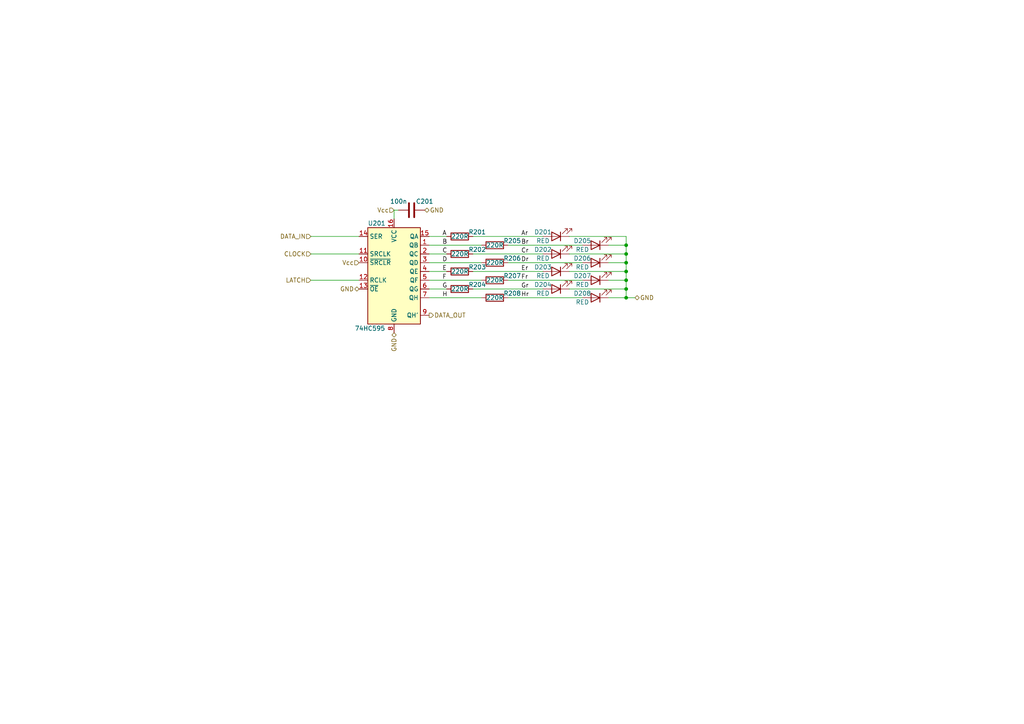
<source format=kicad_sch>
(kicad_sch (version 20211123) (generator eeschema)
  (paper "A4")
  (title_block (title "WormControl-Input32-UIBoard") (date "2026-02-10") (rev "0.1") (company "makerspace.lt"))
  (lib_symbols
    (symbol "74xx:74HC595"
      (property "Reference" "U" (at -7.62 13.97 0))
      (property "Value" "74HC595" (at -7.62 -16.51 0))
      (symbol "74HC595_1_0"
        (pin tri_state line (at 10.16 7.62 180) (length 2.54) (name "QB") (number "1"))
        (pin input line (at -10.16 2.54 0) (length 2.54) (name "~{SRCLR}") (number "10"))
        (pin input line (at -10.16 5.08 0) (length 2.54) (name "SRCLK") (number "11"))
        (pin input line (at -10.16 -2.54 0) (length 2.54) (name "RCLK") (number "12"))
        (pin input line (at -10.16 -5.08 0) (length 2.54) (name "~{OE}") (number "13"))
        (pin input line (at -10.16 10.16 0) (length 2.54) (name "SER") (number "14"))
        (pin tri_state line (at 10.16 10.16 180) (length 2.54) (name "QA") (number "15"))
        (pin power_in line (at 0 15.24 270) (length 2.54) (name "VCC") (number "16"))
        (pin tri_state line (at 10.16 5.08 180) (length 2.54) (name "QC") (number "2"))
        (pin tri_state line (at 10.16 2.54 180) (length 2.54) (name "QD") (number "3"))
        (pin tri_state line (at 10.16 0 180) (length 2.54) (name "QE") (number "4"))
        (pin tri_state line (at 10.16 -2.54 180) (length 2.54) (name "QF") (number "5"))
        (pin tri_state line (at 10.16 -5.08 180) (length 2.54) (name "QG") (number "6"))
        (pin tri_state line (at 10.16 -7.62 180) (length 2.54) (name "QH") (number "7"))
        (pin power_in line (at 0 -17.78 90) (length 2.54) (name "GND") (number "8"))
        (pin output line (at 10.16 -12.7 180) (length 2.54) (name "QH'") (number "9"))
      )
      (symbol "74HC595_1_1"
        (rectangle (start -7.62 12.7) (end 7.62 -15.24) (stroke (width 0.254)) (fill (type background)))
      )
    )
    (symbol "Device:C" (pin_numbers hide) (pin_names (offset 0.254))
      (property "Reference" "C" (at 0.635 2.54 0))
      (property "Value" "C" (at 0.635 -2.54 0))
      (symbol "C_0_1"
        (polyline (pts (xy -2.032 -0.762) (xy 2.032 -0.762)) (stroke (width 0.508)))
        (polyline (pts (xy -2.032 0.762) (xy 2.032 0.762)) (stroke (width 0.508)))
      )
      (symbol "C_1_1"
        (pin passive line (at 0 3.81 270) (length 2.794) (name "~") (number "1"))
        (pin passive line (at 0 -3.81 90) (length 2.794) (name "~") (number "2"))
      )
    )
    (symbol "Device:LED" (pin_numbers hide) (pin_names (offset 1.016) hide)
      (property "Reference" "D" (at 0 2.54 0))
      (property "Value" "LED" (at 0 -2.54 0))
      (symbol "LED_0_1"
        (polyline (pts (xy -1.27 -1.27) (xy -1.27 1.27)) (stroke (width 0.254)))
        (polyline (pts (xy -1.27 0) (xy 1.27 0)))
        (polyline (pts (xy 1.27 -1.27) (xy 1.27 1.27) (xy -1.27 0) (xy 1.27 -1.27)) (stroke (width 0.254)))
        (polyline (pts (xy -3.048 -0.762) (xy -4.572 -2.286) (xy -3.81 -2.286) (xy -4.572 -2.286) (xy -4.572 -1.524)))
        (polyline (pts (xy -1.778 -0.762) (xy -3.302 -2.286) (xy -2.54 -2.286) (xy -3.302 -2.286) (xy -3.302 -1.524)))
      )
      (symbol "LED_1_1"
        (pin passive line (at -3.81 0 0) (length 2.54) (name "K") (number "1"))
        (pin passive line (at 3.81 0 180) (length 2.54) (name "A") (number "2"))
      )
    )
    (symbol "Device:R" (pin_numbers hide) (pin_names (offset 0))
      (property "Reference" "R" (at 2.032 0 90))
      (property "Value" "R" (at 0 0 90))
      (symbol "R_0_1"
        (rectangle (start -1.016 -2.54) (end 1.016 2.54) (stroke (width 0.254)))
      )
      (symbol "R_1_1"
        (pin passive line (at 0 3.81 270) (length 1.27) (name "~") (number "1"))
        (pin passive line (at 0 -3.81 90) (length 1.27) (name "~") (number "2"))
      )
    )
  )
  (junction (at 181.61 83.82))
  (junction (at 181.61 78.74))
  (junction (at 181.61 71.12))
  (junction (at 181.61 86.36))
  (junction (at 181.61 81.28))
  (junction (at 181.61 73.66))
  (junction (at 181.61 76.2))
  (wire (pts (xy 176.53 71.12) (xy 181.61 71.12)))
  (wire (pts (xy 129.54 83.82) (xy 124.46 83.82)))
  (wire (pts (xy 124.46 81.28) (xy 139.7 81.28)))
  (wire (pts (xy 165.1 68.58) (xy 181.61 68.58)))
  (wire (pts (xy 90.17 68.58) (xy 104.14 68.58)))
  (wire (pts (xy 181.61 78.74) (xy 181.61 81.28)))
  (wire (pts (xy 114.3 60.96) (xy 114.3 63.5)))
  (wire (pts (xy 115.57 60.96) (xy 114.3 60.96)))
  (wire (pts (xy 137.16 73.66) (xy 157.48 73.66)))
  (wire (pts (xy 181.61 71.12) (xy 181.61 73.66)))
  (wire (pts (xy 181.61 83.82) (xy 181.61 86.36)))
  (wire (pts (xy 124.46 71.12) (xy 139.7 71.12)))
  (wire (pts (xy 129.54 73.66) (xy 124.46 73.66)))
  (wire (pts (xy 124.46 76.2) (xy 139.7 76.2)))
  (wire (pts (xy 147.32 81.28) (xy 168.91 81.28)))
  (wire (pts (xy 181.61 76.2) (xy 181.61 78.74)))
  (wire (pts (xy 181.61 73.66) (xy 181.61 76.2)))
  (wire (pts (xy 181.61 81.28) (xy 181.61 83.82)))
  (wire (pts (xy 147.32 76.2) (xy 168.91 76.2)))
  (wire (pts (xy 165.1 83.82) (xy 181.61 83.82)))
  (wire (pts (xy 137.16 78.74) (xy 157.48 78.74)))
  (wire (pts (xy 165.1 73.66) (xy 181.61 73.66)))
  (wire (pts (xy 147.32 71.12) (xy 168.91 71.12)))
  (wire (pts (xy 176.53 76.2) (xy 181.61 76.2)))
  (wire (pts (xy 90.17 81.28) (xy 104.14 81.28)))
  (wire (pts (xy 90.17 73.66) (xy 104.14 73.66)))
  (wire (pts (xy 165.1 78.74) (xy 181.61 78.74)))
  (wire (pts (xy 129.54 68.58) (xy 124.46 68.58)))
  (wire (pts (xy 129.54 78.74) (xy 124.46 78.74)))
  (wire (pts (xy 181.61 86.36) (xy 184.15 86.36)))
  (wire (pts (xy 147.32 86.36) (xy 168.91 86.36)))
  (wire (pts (xy 176.53 86.36) (xy 181.61 86.36)))
  (wire (pts (xy 124.46 86.36) (xy 139.7 86.36)))
  (wire (pts (xy 137.16 83.82) (xy 157.48 83.82)))
  (wire (pts (xy 176.53 81.28) (xy 181.61 81.28)))
  (wire (pts (xy 181.61 68.58) (xy 181.61 71.12)))
  (wire (pts (xy 137.16 68.58) (xy 157.48 68.58)))
  (label "A" (at 128.27 68.58 0))
  (label "Dr" (at 151.13 76.2 0))
  (label "C" (at 128.27 73.66 0))
  (label "Gr" (at 151.13 83.82 0))
  (label "Fr" (at 151.13 81.28 0))
  (label "Ar" (at 151.13 68.58 0))
  (label "F" (at 128.27 81.28 0))
  (label "D" (at 128.27 76.2 0))
  (label "Br" (at 151.13 71.12 0))
  (label "H" (at 128.27 86.36 0))
  (label "Er" (at 151.13 78.74 0))
  (label "B" (at 128.27 71.12 0))
  (label "Cr" (at 151.13 73.66 0))
  (label "Hr" (at 151.13 86.36 0))
  (label "E" (at 128.27 78.74 0))
  (label "G" (at 128.27 83.82 0))
  (hierarchical_label "Vcc" (shape input) (at 104.14 76.2 180))
  (hierarchical_label "DATA_IN" (shape input) (at 90.17 68.58 180))
  (hierarchical_label "CLOCK" (shape input) (at 90.17 73.66 180))
  (hierarchical_label "Vcc" (shape input) (at 114.3 60.96 180))
  (hierarchical_label "GND" (shape bidirectional) (at 184.15 86.36 0))
  (hierarchical_label "DATA_OUT" (shape output) (at 124.46 91.44 0))
  (hierarchical_label "GND" (shape bidirectional) (at 114.3 96.52 270))
  (hierarchical_label "GND" (shape bidirectional) (at 123.19 60.96 0))
  (hierarchical_label "LATCH" (shape input) (at 90.17 81.28 180))
  (hierarchical_label "GND" (shape bidirectional) (at 104.14 83.82 180))
  (symbol (lib_id "Device:LED") (at 161.29 83.82 180) (unit 1)
    (property "Reference" "D204" (at 157.48 82.55 0))
    (property "Value" "RED" (at 157.48 85.09 0))
    (property "Footprint" "-local:LED_1206_3216Metric_ReverseMount" (effects hide))
    (property "Datasheet" "https://www.lcsc.com/datasheet/lcsc_datasheet_2302091130_TOGIALED-TJ-S3216SWETNPLC2R-A5_C5356080.pdf" (effects hide))
    (property "jlc-part-type" "E" (effects hide))
    (property "lcsc#" "C5356080" (effects hide))
  )
  (symbol (lib_id "Device:R") (at 143.51 76.2 270) (unit 1)
    (property "Reference" "R206" (at 148.59 74.93 90))
    (property "Value" "220R" (at 143.51 76.2 90))
    (property "Footprint" "Resistor_SMD:R_0402_1005Metric_Pad0.72x0.64mm_HandSolder" (effects hide))
    (property "jlc-part-type" "B" (effects hide))
    (property "lcsc#" "C25091" (effects hide))
  )
  (symbol (lib_id "Device:R") (at 143.51 71.12 270) (unit 1)
    (property "Reference" "R205" (at 148.59 69.85 90))
    (property "Value" "220R" (at 143.51 71.12 90))
    (property "Footprint" "Resistor_SMD:R_0402_1005Metric_Pad0.72x0.64mm_HandSolder" (effects hide))
    (property "jlc-part-type" "B" (effects hide))
    (property "lcsc#" "C25091" (effects hide))
  )
  (symbol (lib_id "Device:R") (at 133.35 68.58 270) (unit 1)
    (property "Reference" "R201" (at 138.43 67.31 90))
    (property "Value" "220R" (at 133.35 68.58 90))
    (property "Footprint" "Resistor_SMD:R_0402_1005Metric_Pad0.72x0.64mm_HandSolder" (effects hide))
    (property "jlc-part-type" "B" (effects hide))
    (property "lcsc#" "C25091" (effects hide))
  )
  (symbol (lib_id "Device:LED") (at 161.29 68.58 180) (unit 1)
    (property "Reference" "D201" (at 157.48 67.31 0))
    (property "Value" "RED" (at 157.48 69.85 0))
    (property "Footprint" "-local:LED_1206_3216Metric_ReverseMount" (effects hide))
    (property "Datasheet" "https://www.lcsc.com/datasheet/lcsc_datasheet_2302091130_TOGIALED-TJ-S3216SWETNPLC2R-A5_C5356080.pdf" (effects hide))
    (property "jlc-part-type" "E" (effects hide))
    (property "lcsc#" "C5356080" (effects hide))
  )
  (symbol (lib_id "Device:R") (at 143.51 86.36 270) (unit 1)
    (property "Reference" "R208" (at 148.59 85.09 90))
    (property "Value" "220R" (at 143.51 86.36 90))
    (property "Footprint" "Resistor_SMD:R_0402_1005Metric_Pad0.72x0.64mm_HandSolder" (effects hide))
    (property "jlc-part-type" "B" (effects hide))
    (property "lcsc#" "C25091" (effects hide))
  )
  (symbol (lib_id "Device:R") (at 143.51 81.28 270) (unit 1)
    (property "Reference" "R207" (at 148.59 80.01 90))
    (property "Value" "220R" (at 143.51 81.28 90))
    (property "Footprint" "Resistor_SMD:R_0402_1005Metric_Pad0.72x0.64mm_HandSolder" (effects hide))
    (property "jlc-part-type" "B" (effects hide))
    (property "lcsc#" "C25091" (effects hide))
  )
  (symbol (lib_id "Device:LED") (at 172.72 81.28 180) (unit 1)
    (property "Reference" "D207" (at 168.91 80.01 0))
    (property "Value" "RED" (at 168.91 82.55 0))
    (property "Footprint" "-local:LED_1206_3216Metric_ReverseMount" (effects hide))
    (property "Datasheet" "https://www.lcsc.com/datasheet/lcsc_datasheet_2302091130_TOGIALED-TJ-S3216SWETNPLC2R-A5_C5356080.pdf" (effects hide))
    (property "jlc-part-type" "E" (effects hide))
    (property "lcsc#" "C5356080" (effects hide))
  )
  (symbol (lib_id "Device:R") (at 133.35 78.74 270) (unit 1)
    (property "Reference" "R203" (at 138.43 77.47 90))
    (property "Value" "220R" (at 133.35 78.74 90))
    (property "Footprint" "Resistor_SMD:R_0402_1005Metric_Pad0.72x0.64mm_HandSolder" (effects hide))
    (property "jlc-part-type" "B" (effects hide))
    (property "lcsc#" "C25091" (effects hide))
  )
  (symbol (lib_id "Device:LED") (at 172.72 76.2 180) (unit 1)
    (property "Reference" "D206" (at 168.91 74.93 0))
    (property "Value" "RED" (at 168.91 77.47 0))
    (property "Footprint" "-local:LED_1206_3216Metric_ReverseMount" (effects hide))
    (property "Datasheet" "https://www.lcsc.com/datasheet/lcsc_datasheet_2302091130_TOGIALED-TJ-S3216SWETNPLC2R-A5_C5356080.pdf" (effects hide))
    (property "jlc-part-type" "E" (effects hide))
    (property "lcsc#" "C5356080" (effects hide))
  )
  (symbol (lib_id "Device:LED") (at 172.72 86.36 180) (unit 1)
    (property "Reference" "D208" (at 168.91 85.09 0))
    (property "Value" "RED" (at 168.91 87.63 0))
    (property "Footprint" "-local:LED_1206_3216Metric_ReverseMount" (effects hide))
    (property "Datasheet" "https://www.lcsc.com/datasheet/lcsc_datasheet_2302091130_TOGIALED-TJ-S3216SWETNPLC2R-A5_C5356080.pdf" (effects hide))
    (property "jlc-part-type" "E" (effects hide))
    (property "lcsc#" "C5356080" (effects hide))
  )
  (symbol (lib_id "Device:R") (at 133.35 73.66 270) (unit 1)
    (property "Reference" "R202" (at 138.43 72.39 90))
    (property "Value" "220R" (at 133.35 73.66 90))
    (property "Footprint" "Resistor_SMD:R_0402_1005Metric_Pad0.72x0.64mm_HandSolder" (effects hide))
    (property "jlc-part-type" "B" (effects hide))
    (property "lcsc#" "C25091" (effects hide))
  )
  (symbol (lib_id "74xx:74HC595") (at 114.3 78.74 0) (unit 1)
    (property "Reference" "U201" (at 106.68 64.77 0) (effects (justify left)))
    (property "Value" "74HC595" (at 102.87 95.25 0) (effects (justify left)))
    (property "Footprint" "Package_SO:TSSOP-16_4.4x5mm_P0.65mm" (effects hide))
    (property "Datasheet" "https://jlcpcb.com/api/file/downloadByFileSystemAccessId/8590920591287668736" (effects hide))
    (property "jlc-part-type" "E" (effects hide))
    (property "lcsc#" "C20613246" (effects hide))
  )
  (symbol (lib_id "Device:LED") (at 161.29 78.74 180) (unit 1)
    (property "Reference" "D203" (at 157.48 77.47 0))
    (property "Value" "RED" (at 157.48 80.01 0))
    (property "Footprint" "-local:LED_1206_3216Metric_ReverseMount" (effects hide))
    (property "Datasheet" "https://www.lcsc.com/datasheet/lcsc_datasheet_2302091130_TOGIALED-TJ-S3216SWETNPLC2R-A5_C5356080.pdf" (effects hide))
    (property "jlc-part-type" "E" (effects hide))
    (property "lcsc#" "C5356080" (effects hide))
  )
  (symbol (lib_id "Device:LED") (at 161.29 73.66 180) (unit 1)
    (property "Reference" "D202" (at 157.48 72.39 0))
    (property "Value" "RED" (at 157.48 74.93 0))
    (property "Footprint" "-local:LED_1206_3216Metric_ReverseMount" (effects hide))
    (property "Datasheet" "https://www.lcsc.com/datasheet/lcsc_datasheet_2302091130_TOGIALED-TJ-S3216SWETNPLC2R-A5_C5356080.pdf" (effects hide))
    (property "jlc-part-type" "E" (effects hide))
    (property "lcsc#" "C5356080" (effects hide))
  )
  (symbol (lib_id "Device:LED") (at 172.72 71.12 180) (unit 1)
    (property "Reference" "D205" (at 168.91 69.85 0))
    (property "Value" "RED" (at 168.91 72.39 0))
    (property "Footprint" "-local:LED_1206_3216Metric_ReverseMount" (effects hide))
    (property "Datasheet" "https://www.lcsc.com/datasheet/lcsc_datasheet_2302091130_TOGIALED-TJ-S3216SWETNPLC2R-A5_C5356080.pdf" (effects hide))
    (property "jlc-part-type" "E" (effects hide))
    (property "lcsc#" "C5356080" (effects hide))
  )
  (symbol (lib_id "Device:R") (at 133.35 83.82 270) (unit 1)
    (property "Reference" "R204" (at 138.43 82.55 90))
    (property "Value" "220R" (at 133.35 83.82 90))
    (property "Footprint" "Resistor_SMD:R_0402_1005Metric_Pad0.72x0.64mm_HandSolder" (effects hide))
    (property "jlc-part-type" "B" (effects hide))
    (property "lcsc#" "C25091" (effects hide))
  )
  (symbol (lib_id "Device:C") (at 119.38 60.96 90) (unit 1)
    (property "Reference" "C201" (at 125.73 58.42 90) (effects (justify left)))
    (property "Value" "100n" (at 118.11 58.42 90) (effects (justify left)))
    (property "Footprint" "Capacitor_SMD:C_0805_2012Metric_Pad1.18x1.45mm_HandSolder" (effects hide))
    (property "Datasheet" "https://www.lcsc.com/datasheet/lcsc_datasheet_2304140030_Samsung-Electro-Mechanics-CL21B104KCFNNNE_C28233.pdf" (effects hide))
    (property "jlc-part-type" "B" (effects hide))
    (property "lcsc#" "C28233" (effects hide))
  )
)
</source>
